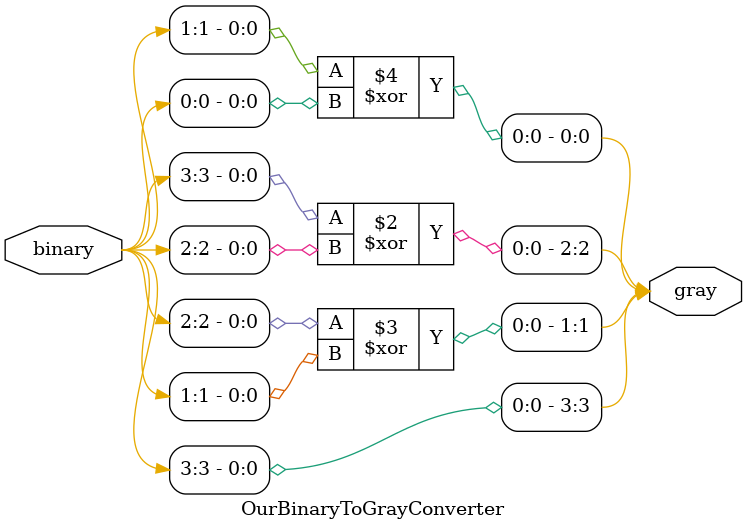
<source format=v>
module OurBinaryToGrayConverter (
    input [3:0] binary,
    output reg [3:0] gray
);

    always @(*) begin
        gray[3] = binary[3];                          // MSB remains the same
        gray[2] = binary[3] ^ binary[2];
        gray[1] = binary[2] ^ binary[1];
        gray[0] = binary[1] ^ binary[0];
    end

endmodule

</source>
